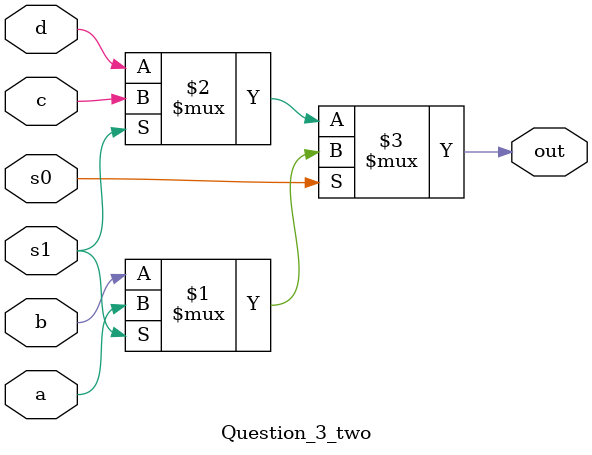
<source format=v>

module Question_3_two(a,b,c,d,s0,s1,out);

	input a,b,c,d;
	input s0,s1;
	output out;
	
	assign out = s0 ? (s1 ? a:b) : (s1 ? c:d);
	
endmodule
</source>
